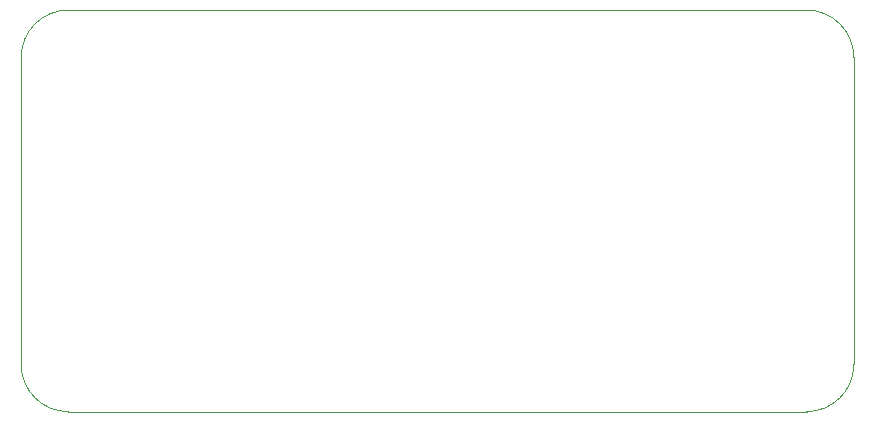
<source format=gbr>
%TF.GenerationSoftware,KiCad,Pcbnew,9.0.5*%
%TF.CreationDate,2026-02-02T17:26:06-08:00*%
%TF.ProjectId,Sensing device,53656e73-696e-4672-9064-65766963652e,1.0*%
%TF.SameCoordinates,Original*%
%TF.FileFunction,Profile,NP*%
%FSLAX46Y46*%
G04 Gerber Fmt 4.6, Leading zero omitted, Abs format (unit mm)*
G04 Created by KiCad (PCBNEW 9.0.5) date 2026-02-02 17:26:06*
%MOMM*%
%LPD*%
G01*
G04 APERTURE LIST*
%TA.AperFunction,Profile*%
%ADD10C,0.050000*%
%TD*%
G04 APERTURE END LIST*
D10*
X184500000Y-76000000D02*
X184500000Y-102000000D01*
X118000000Y-72000000D02*
X180500000Y-72000000D01*
X114000000Y-102000000D02*
X114000000Y-76000000D01*
X184500000Y-102000000D02*
G75*
G02*
X180500000Y-106000000I-4000000J0D01*
G01*
X180500000Y-72000000D02*
G75*
G02*
X184500000Y-76000000I0J-4000000D01*
G01*
X118000000Y-106000000D02*
G75*
G02*
X114000000Y-102000000I0J4000000D01*
G01*
X114000000Y-76000000D02*
G75*
G02*
X118000000Y-72000000I4000000J0D01*
G01*
X180500000Y-106000000D02*
X118000000Y-106000000D01*
M02*

</source>
